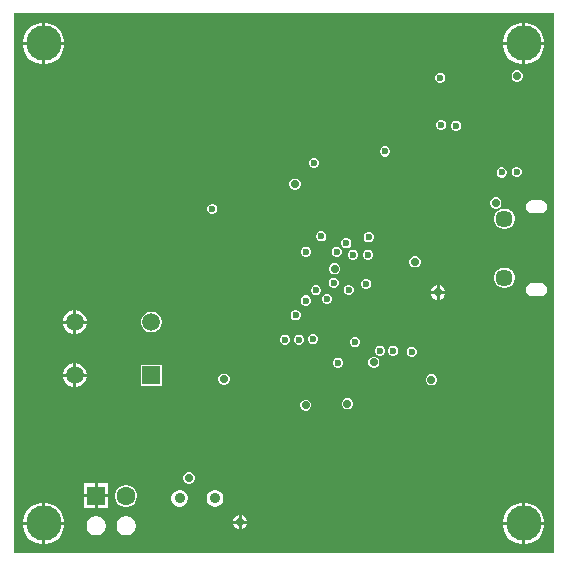
<source format=gbr>
G04*
G04 #@! TF.GenerationSoftware,Altium Limited,Altium Designer,24.8.2 (39)*
G04*
G04 Layer_Physical_Order=3*
G04 Layer_Color=16440176*
%FSLAX26Y26*%
%MOIN*%
G70*
G04*
G04 #@! TF.SameCoordinates,943EF9C2-7E4B-4E9F-8D88-1E315B4C2DD2*
G04*
G04*
G04 #@! TF.FilePolarity,Positive*
G04*
G01*
G75*
%ADD56R,0.059055X0.059055*%
%ADD57C,0.059055*%
%ADD59C,0.057087*%
%ADD60C,0.062992*%
%ADD61R,0.062992X0.062992*%
%ADD62C,0.035433*%
%ADD68C,0.118110*%
%ADD69C,0.027559*%
%ADD70C,0.023622*%
G36*
X1800000Y1000D02*
X1799586Y0D01*
X0D01*
Y1800000D01*
X1800000D01*
Y1000D01*
D02*
G37*
%LPC*%
G36*
X1706801Y1769055D02*
X1705000D01*
Y1705000D01*
X1769055D01*
Y1706801D01*
X1766401Y1720143D01*
X1761196Y1732710D01*
X1753639Y1744020D01*
X1744020Y1753639D01*
X1732710Y1761196D01*
X1720143Y1766401D01*
X1706801Y1769055D01*
D02*
G37*
G36*
X1695000D02*
X1693199D01*
X1679857Y1766401D01*
X1667290Y1761196D01*
X1655980Y1753639D01*
X1646361Y1744020D01*
X1638804Y1732710D01*
X1633599Y1720143D01*
X1630945Y1706801D01*
Y1705000D01*
X1695000D01*
Y1769055D01*
D02*
G37*
G36*
X106801D02*
X105000D01*
Y1705000D01*
X169055D01*
Y1706801D01*
X166401Y1720143D01*
X161196Y1732710D01*
X153639Y1744020D01*
X144020Y1753639D01*
X132710Y1761196D01*
X120143Y1766401D01*
X106801Y1769055D01*
D02*
G37*
G36*
X95000D02*
X93199D01*
X79857Y1766401D01*
X67290Y1761196D01*
X55980Y1753639D01*
X46361Y1744020D01*
X38804Y1732710D01*
X33599Y1720143D01*
X30945Y1706801D01*
Y1705000D01*
X95000D01*
Y1769055D01*
D02*
G37*
G36*
X1769055Y1695000D02*
X1705000D01*
Y1630945D01*
X1706801D01*
X1720143Y1633599D01*
X1732710Y1638804D01*
X1744020Y1646361D01*
X1753639Y1655980D01*
X1761196Y1667290D01*
X1766401Y1679857D01*
X1769055Y1693199D01*
Y1695000D01*
D02*
G37*
G36*
X1695000D02*
X1630945D01*
Y1693199D01*
X1633599Y1679857D01*
X1638804Y1667290D01*
X1646361Y1655980D01*
X1655980Y1646361D01*
X1667290Y1638804D01*
X1679857Y1633599D01*
X1693199Y1630945D01*
X1695000D01*
Y1695000D01*
D02*
G37*
G36*
X169055D02*
X105000D01*
Y1630945D01*
X106801D01*
X120143Y1633599D01*
X132710Y1638804D01*
X144020Y1646361D01*
X153639Y1655980D01*
X161196Y1667290D01*
X166401Y1679857D01*
X169055Y1693199D01*
Y1695000D01*
D02*
G37*
G36*
X95000D02*
X30945D01*
Y1693199D01*
X33599Y1679857D01*
X38804Y1667290D01*
X46361Y1655980D01*
X55980Y1646361D01*
X67290Y1638804D01*
X79857Y1633599D01*
X93199Y1630945D01*
X95000D01*
Y1695000D01*
D02*
G37*
G36*
X1682736Y1610780D02*
X1675264D01*
X1668362Y1607920D01*
X1663080Y1602638D01*
X1660220Y1595736D01*
Y1588264D01*
X1663080Y1581362D01*
X1668362Y1576080D01*
X1675264Y1573220D01*
X1682736D01*
X1689638Y1576080D01*
X1694920Y1581362D01*
X1697780Y1588264D01*
Y1595736D01*
X1694920Y1602638D01*
X1689638Y1607920D01*
X1682736Y1610780D01*
D02*
G37*
G36*
X1426344Y1602811D02*
X1419656D01*
X1413477Y1600252D01*
X1408748Y1595523D01*
X1406189Y1589344D01*
Y1582656D01*
X1408748Y1576477D01*
X1413477Y1571748D01*
X1419656Y1569189D01*
X1426344D01*
X1432523Y1571748D01*
X1437252Y1576477D01*
X1439811Y1582656D01*
Y1589344D01*
X1437252Y1595523D01*
X1432523Y1600252D01*
X1426344Y1602811D01*
D02*
G37*
G36*
X1429344Y1444811D02*
X1422656D01*
X1416477Y1442252D01*
X1411748Y1437523D01*
X1409189Y1431344D01*
Y1424656D01*
X1411748Y1418477D01*
X1416477Y1413748D01*
X1422656Y1411189D01*
X1429344D01*
X1435523Y1413748D01*
X1440252Y1418477D01*
X1442811Y1424656D01*
Y1431344D01*
X1440252Y1437523D01*
X1435523Y1442252D01*
X1429344Y1444811D01*
D02*
G37*
G36*
X1479344Y1442811D02*
X1472656D01*
X1466477Y1440252D01*
X1461748Y1435523D01*
X1459189Y1429344D01*
Y1422656D01*
X1461748Y1416477D01*
X1466477Y1411748D01*
X1472656Y1409189D01*
X1479344D01*
X1485523Y1411748D01*
X1490252Y1416477D01*
X1492811Y1422656D01*
Y1429344D01*
X1490252Y1435523D01*
X1485523Y1440252D01*
X1479344Y1442811D01*
D02*
G37*
G36*
X1242344Y1356811D02*
X1235656D01*
X1229477Y1354252D01*
X1224748Y1349523D01*
X1222189Y1343344D01*
Y1336656D01*
X1224748Y1330477D01*
X1229477Y1325748D01*
X1235656Y1323189D01*
X1242344D01*
X1248523Y1325748D01*
X1253252Y1330477D01*
X1255811Y1336656D01*
Y1343344D01*
X1253252Y1349523D01*
X1248523Y1354252D01*
X1242344Y1356811D01*
D02*
G37*
G36*
X1004344Y1317811D02*
X997656D01*
X991477Y1315252D01*
X986748Y1310523D01*
X984189Y1304344D01*
Y1297656D01*
X986748Y1291477D01*
X991477Y1286748D01*
X997656Y1284189D01*
X1004344D01*
X1010523Y1286748D01*
X1015252Y1291477D01*
X1017811Y1297656D01*
Y1304344D01*
X1015252Y1310523D01*
X1010523Y1315252D01*
X1004344Y1317811D01*
D02*
G37*
G36*
X1680344Y1287811D02*
X1673656D01*
X1667477Y1285252D01*
X1662748Y1280523D01*
X1660189Y1274344D01*
Y1267656D01*
X1662748Y1261477D01*
X1667477Y1256748D01*
X1673656Y1254189D01*
X1680344D01*
X1686523Y1256748D01*
X1691252Y1261477D01*
X1693811Y1267656D01*
Y1274344D01*
X1691252Y1280523D01*
X1686523Y1285252D01*
X1680344Y1287811D01*
D02*
G37*
G36*
X1630344Y1286811D02*
X1623656D01*
X1617477Y1284252D01*
X1612748Y1279523D01*
X1610189Y1273344D01*
Y1266656D01*
X1612748Y1260477D01*
X1617477Y1255748D01*
X1623656Y1253189D01*
X1630344D01*
X1636523Y1255748D01*
X1641252Y1260477D01*
X1643811Y1266656D01*
Y1273344D01*
X1641252Y1279523D01*
X1636523Y1284252D01*
X1630344Y1286811D01*
D02*
G37*
G36*
X941736Y1249780D02*
X934264D01*
X927362Y1246920D01*
X922080Y1241638D01*
X919221Y1234736D01*
Y1227264D01*
X922080Y1220362D01*
X927362Y1215080D01*
X934264Y1212220D01*
X941736D01*
X948638Y1215080D01*
X953920Y1220362D01*
X956779Y1227264D01*
Y1234736D01*
X953920Y1241638D01*
X948638Y1246920D01*
X941736Y1249780D01*
D02*
G37*
G36*
X1611550Y1186965D02*
X1604079D01*
X1597177Y1184106D01*
X1591894Y1178823D01*
X1589035Y1171921D01*
Y1164450D01*
X1591894Y1157548D01*
X1597177Y1152265D01*
X1604079Y1149406D01*
X1611550D01*
X1618452Y1152265D01*
X1623735Y1157548D01*
X1626594Y1164450D01*
Y1171921D01*
X1623735Y1178823D01*
X1618452Y1184106D01*
X1611550Y1186965D01*
D02*
G37*
G36*
X1756693Y1177852D02*
X1729134D01*
X1720624Y1176160D01*
X1713409Y1171339D01*
X1708589Y1164124D01*
X1706896Y1155614D01*
X1708589Y1147104D01*
X1713409Y1139889D01*
X1720624Y1135069D01*
X1729134Y1133376D01*
X1756693D01*
X1765203Y1135069D01*
X1772418Y1139889D01*
X1777239Y1147104D01*
X1778931Y1155614D01*
X1777239Y1164124D01*
X1772418Y1171339D01*
X1765203Y1176160D01*
X1756693Y1177852D01*
D02*
G37*
G36*
X666344Y1165811D02*
X659656D01*
X653477Y1163252D01*
X648748Y1158523D01*
X646189Y1152344D01*
Y1145656D01*
X648748Y1139477D01*
X653477Y1134748D01*
X659656Y1132189D01*
X666344D01*
X672523Y1134748D01*
X677252Y1139477D01*
X679811Y1145656D01*
Y1152344D01*
X677252Y1158523D01*
X672523Y1163252D01*
X666344Y1165811D01*
D02*
G37*
G36*
X1641031Y1149787D02*
X1632198D01*
X1623667Y1147501D01*
X1616018Y1143085D01*
X1609773Y1136840D01*
X1605357Y1129191D01*
X1603071Y1120660D01*
Y1111828D01*
X1605357Y1103297D01*
X1609773Y1095648D01*
X1616018Y1089403D01*
X1623667Y1084987D01*
X1632198Y1082701D01*
X1641031D01*
X1649562Y1084987D01*
X1657210Y1089403D01*
X1663456Y1095648D01*
X1667872Y1103297D01*
X1670158Y1111828D01*
Y1120660D01*
X1667872Y1129191D01*
X1663456Y1136840D01*
X1657210Y1143085D01*
X1649562Y1147501D01*
X1641031Y1149787D01*
D02*
G37*
G36*
X1029344Y1073811D02*
X1022656D01*
X1016477Y1071252D01*
X1011748Y1066523D01*
X1009189Y1060344D01*
Y1053656D01*
X1011748Y1047477D01*
X1016477Y1042748D01*
X1022656Y1040189D01*
X1029344D01*
X1035523Y1042748D01*
X1040252Y1047477D01*
X1042811Y1053656D01*
Y1060344D01*
X1040252Y1066523D01*
X1035523Y1071252D01*
X1029344Y1073811D01*
D02*
G37*
G36*
X1187344Y1070840D02*
X1180656D01*
X1174477Y1068281D01*
X1169748Y1063552D01*
X1167189Y1057373D01*
Y1050685D01*
X1169748Y1044507D01*
X1174477Y1039778D01*
X1180656Y1037218D01*
X1187344D01*
X1193523Y1039778D01*
X1198252Y1044507D01*
X1200811Y1050685D01*
Y1057373D01*
X1198252Y1063552D01*
X1193523Y1068281D01*
X1187344Y1070840D01*
D02*
G37*
G36*
X1112644Y1050882D02*
X1105956D01*
X1099777Y1048322D01*
X1095048Y1043593D01*
X1092489Y1037415D01*
Y1030727D01*
X1095048Y1024548D01*
X1099777Y1019819D01*
X1105956Y1017260D01*
X1112644D01*
X1118822Y1019819D01*
X1123551Y1024548D01*
X1126111Y1030727D01*
Y1037415D01*
X1123551Y1043593D01*
X1118822Y1048322D01*
X1112644Y1050882D01*
D02*
G37*
G36*
X978386Y1022853D02*
X971698D01*
X965519Y1020293D01*
X960790Y1015564D01*
X958231Y1009386D01*
Y1002698D01*
X960790Y996519D01*
X965519Y991790D01*
X971698Y989231D01*
X978386D01*
X984564Y991790D01*
X989293Y996519D01*
X991853Y1002698D01*
Y1009386D01*
X989293Y1015564D01*
X984564Y1020293D01*
X978386Y1022853D01*
D02*
G37*
G36*
X1080344Y1022811D02*
X1073656D01*
X1067477Y1020252D01*
X1062748Y1015523D01*
X1060189Y1009344D01*
Y1002656D01*
X1062748Y996477D01*
X1067477Y991748D01*
X1073656Y989189D01*
X1080344D01*
X1086523Y991748D01*
X1091252Y996477D01*
X1093811Y1002656D01*
Y1009344D01*
X1091252Y1015523D01*
X1086523Y1020252D01*
X1080344Y1022811D01*
D02*
G37*
G36*
X1184344Y1012811D02*
X1177656D01*
X1171477Y1010252D01*
X1166748Y1005523D01*
X1164189Y999344D01*
Y992656D01*
X1166748Y986477D01*
X1171477Y981748D01*
X1177656Y979189D01*
X1184344D01*
X1190523Y981748D01*
X1195252Y986477D01*
X1197811Y992656D01*
Y999344D01*
X1195252Y1005523D01*
X1190523Y1010252D01*
X1184344Y1012811D01*
D02*
G37*
G36*
X1134344D02*
X1127656D01*
X1121477Y1010252D01*
X1116748Y1005523D01*
X1114189Y999344D01*
Y992656D01*
X1116748Y986477D01*
X1121477Y981748D01*
X1127656Y979189D01*
X1134344D01*
X1140523Y981748D01*
X1145252Y986477D01*
X1147811Y992656D01*
Y999344D01*
X1145252Y1005523D01*
X1140523Y1010252D01*
X1134344Y1012811D01*
D02*
G37*
G36*
X1341736Y991000D02*
X1334264D01*
X1327362Y988141D01*
X1322080Y982858D01*
X1319220Y975956D01*
Y968485D01*
X1322080Y961583D01*
X1327362Y956300D01*
X1334264Y953441D01*
X1341736D01*
X1348638Y956300D01*
X1353920Y961583D01*
X1356780Y968485D01*
Y975956D01*
X1353920Y982858D01*
X1348638Y988141D01*
X1341736Y991000D01*
D02*
G37*
G36*
X1073736Y967779D02*
X1066264D01*
X1059362Y964920D01*
X1054080Y959638D01*
X1051220Y952736D01*
Y945264D01*
X1054080Y938362D01*
X1059362Y933080D01*
X1066264Y930221D01*
X1073736D01*
X1080638Y933080D01*
X1085920Y938362D01*
X1088780Y945264D01*
Y952736D01*
X1085920Y959638D01*
X1080638Y964920D01*
X1073736Y967779D01*
D02*
G37*
G36*
X1070344Y919811D02*
X1063656D01*
X1057477Y917252D01*
X1052748Y912523D01*
X1050189Y906344D01*
Y899656D01*
X1052748Y893477D01*
X1057477Y888748D01*
X1063656Y886189D01*
X1070344D01*
X1076523Y888748D01*
X1081252Y893477D01*
X1083811Y899656D01*
Y906344D01*
X1081252Y912523D01*
X1076523Y917252D01*
X1070344Y919811D01*
D02*
G37*
G36*
X1641031Y952937D02*
X1632198D01*
X1623667Y950651D01*
X1616018Y946235D01*
X1609773Y939990D01*
X1605357Y932341D01*
X1603071Y923810D01*
Y914978D01*
X1605357Y906447D01*
X1609773Y898798D01*
X1616018Y892552D01*
X1623667Y888136D01*
X1632198Y885850D01*
X1641031D01*
X1649562Y888136D01*
X1657210Y892552D01*
X1663456Y898798D01*
X1667872Y906447D01*
X1670158Y914978D01*
Y923810D01*
X1667872Y932341D01*
X1663456Y939990D01*
X1657210Y946235D01*
X1649562Y950651D01*
X1641031Y952937D01*
D02*
G37*
G36*
X1179344Y915811D02*
X1172656D01*
X1166477Y913252D01*
X1161748Y908523D01*
X1159189Y902344D01*
Y895656D01*
X1161748Y889477D01*
X1166477Y884748D01*
X1172656Y882189D01*
X1179344D01*
X1185523Y884748D01*
X1190252Y889477D01*
X1192811Y895656D01*
Y902344D01*
X1190252Y908523D01*
X1185523Y913252D01*
X1179344Y915811D01*
D02*
G37*
G36*
X1420000Y893668D02*
Y875000D01*
X1438668D01*
X1435159Y883470D01*
X1428470Y890159D01*
X1420000Y893668D01*
D02*
G37*
G36*
X1410000D02*
X1401530Y890159D01*
X1394841Y883470D01*
X1391332Y875000D01*
X1410000D01*
Y893668D01*
D02*
G37*
G36*
X1120344Y895811D02*
X1113656D01*
X1107477Y893252D01*
X1102748Y888523D01*
X1100189Y882344D01*
Y875656D01*
X1102748Y869477D01*
X1107477Y864748D01*
X1113656Y862189D01*
X1120344D01*
X1126523Y864748D01*
X1131252Y869477D01*
X1133811Y875656D01*
Y882344D01*
X1131252Y888523D01*
X1126523Y893252D01*
X1120344Y895811D01*
D02*
G37*
G36*
X1011344Y893811D02*
X1004656D01*
X998477Y891252D01*
X993748Y886523D01*
X991189Y880344D01*
Y873656D01*
X993748Y867477D01*
X998477Y862748D01*
X1004656Y860189D01*
X1011344D01*
X1017523Y862748D01*
X1022252Y867477D01*
X1024811Y873656D01*
Y880344D01*
X1022252Y886523D01*
X1017523Y891252D01*
X1011344Y893811D01*
D02*
G37*
G36*
X1756693Y902262D02*
X1729134D01*
X1720624Y900569D01*
X1713409Y895749D01*
X1708589Y888534D01*
X1706896Y880024D01*
X1708589Y871513D01*
X1713409Y864299D01*
X1720624Y859478D01*
X1729134Y857785D01*
X1756693D01*
X1765203Y859478D01*
X1772418Y864299D01*
X1777239Y871513D01*
X1778931Y880024D01*
X1777239Y888534D01*
X1772418Y895749D01*
X1765203Y900569D01*
X1756693Y902262D01*
D02*
G37*
G36*
X1438668Y865000D02*
X1420000D01*
Y846332D01*
X1428470Y849841D01*
X1435159Y856530D01*
X1438668Y865000D01*
D02*
G37*
G36*
X1410000D02*
X1391332D01*
X1394841Y856530D01*
X1401530Y849841D01*
X1410000Y846332D01*
Y865000D01*
D02*
G37*
G36*
X1048533Y864811D02*
X1041845D01*
X1035666Y862252D01*
X1030937Y857523D01*
X1028378Y851344D01*
Y844656D01*
X1030937Y838477D01*
X1035666Y833748D01*
X1041845Y831189D01*
X1048533D01*
X1054712Y833748D01*
X1059441Y838477D01*
X1062000Y844656D01*
Y851344D01*
X1059441Y857523D01*
X1054712Y862252D01*
X1048533Y864811D01*
D02*
G37*
G36*
X977219Y860000D02*
X970531D01*
X964352Y857440D01*
X959623Y852711D01*
X957064Y846533D01*
Y839845D01*
X959623Y833666D01*
X964352Y828937D01*
X970531Y826378D01*
X977219D01*
X983398Y828937D01*
X988126Y833666D01*
X990686Y839845D01*
Y846533D01*
X988126Y852711D01*
X983398Y857440D01*
X977219Y860000D01*
D02*
G37*
G36*
X943690Y810811D02*
X937003D01*
X930824Y808252D01*
X926095Y803523D01*
X923535Y797344D01*
Y790656D01*
X926095Y784477D01*
X930824Y779748D01*
X937003Y777189D01*
X943690D01*
X949869Y779748D01*
X954598Y784477D01*
X957157Y790656D01*
Y797344D01*
X954598Y803523D01*
X949869Y808252D01*
X943690Y810811D01*
D02*
G37*
G36*
X209251Y811110D02*
X209047D01*
Y776583D01*
X243575D01*
Y776787D01*
X240881Y786840D01*
X235677Y795853D01*
X228318Y803212D01*
X219304Y808416D01*
X209251Y811110D01*
D02*
G37*
G36*
X199047D02*
X198844D01*
X188790Y808416D01*
X179777Y803212D01*
X172417Y795853D01*
X167214Y786840D01*
X164520Y776787D01*
Y776583D01*
X199047D01*
Y811110D01*
D02*
G37*
G36*
X464498Y806110D02*
X455407D01*
X446626Y803757D01*
X438752Y799211D01*
X432324Y792783D01*
X427778Y784910D01*
X425425Y776128D01*
Y767037D01*
X427778Y758255D01*
X432324Y750382D01*
X438752Y743954D01*
X446626Y739408D01*
X455407Y737055D01*
X464498D01*
X473280Y739408D01*
X481153Y743954D01*
X487582Y750382D01*
X492127Y758255D01*
X494480Y767037D01*
Y776128D01*
X492127Y784910D01*
X487582Y792783D01*
X481153Y799211D01*
X473280Y803757D01*
X464498Y806110D01*
D02*
G37*
G36*
X243575Y766583D02*
X209047D01*
Y732055D01*
X209251D01*
X219304Y734749D01*
X228318Y739953D01*
X235677Y747312D01*
X240881Y756326D01*
X243575Y766379D01*
Y766583D01*
D02*
G37*
G36*
X199047D02*
X164520D01*
Y766379D01*
X167214Y756326D01*
X172417Y747312D01*
X179777Y739953D01*
X188790Y734749D01*
X198844Y732055D01*
X199047D01*
Y766583D01*
D02*
G37*
G36*
X1002344Y731024D02*
X995656D01*
X989477Y728464D01*
X984748Y723735D01*
X982189Y717557D01*
Y710869D01*
X984748Y704690D01*
X989477Y699961D01*
X995656Y697402D01*
X1002344D01*
X1008523Y699961D01*
X1013252Y704690D01*
X1015811Y710869D01*
Y717557D01*
X1013252Y723735D01*
X1008523Y728464D01*
X1002344Y731024D01*
D02*
G37*
G36*
X955344Y729811D02*
X948656D01*
X942477Y727252D01*
X937748Y722523D01*
X935189Y716344D01*
Y709656D01*
X937748Y703477D01*
X942477Y698748D01*
X948656Y696189D01*
X955344D01*
X961523Y698748D01*
X966252Y703477D01*
X968811Y709656D01*
Y716344D01*
X966252Y722523D01*
X961523Y727252D01*
X955344Y729811D01*
D02*
G37*
G36*
X908344D02*
X901656D01*
X895477Y727252D01*
X890748Y722523D01*
X888189Y716344D01*
Y709656D01*
X890748Y703477D01*
X895477Y698748D01*
X901656Y696189D01*
X908344D01*
X914523Y698748D01*
X919252Y703477D01*
X921811Y709656D01*
Y716344D01*
X919252Y722523D01*
X914523Y727252D01*
X908344Y729811D01*
D02*
G37*
G36*
X1142344Y720811D02*
X1135656D01*
X1129477Y718252D01*
X1124748Y713523D01*
X1122189Y707344D01*
Y700656D01*
X1124748Y694477D01*
X1129477Y689748D01*
X1135656Y687189D01*
X1142344D01*
X1148523Y689748D01*
X1153252Y694477D01*
X1155811Y700656D01*
Y707344D01*
X1153252Y713523D01*
X1148523Y718252D01*
X1142344Y720811D01*
D02*
G37*
G36*
X1269344Y692811D02*
X1262656D01*
X1256477Y690252D01*
X1251748Y685523D01*
X1249189Y679344D01*
Y672656D01*
X1251748Y666477D01*
X1256477Y661748D01*
X1262656Y659189D01*
X1269344D01*
X1275523Y661748D01*
X1280252Y666477D01*
X1282811Y672656D01*
Y679344D01*
X1280252Y685523D01*
X1275523Y690252D01*
X1269344Y692811D01*
D02*
G37*
G36*
X1224344D02*
X1217656D01*
X1211477Y690252D01*
X1206748Y685523D01*
X1204189Y679344D01*
Y672656D01*
X1206748Y666477D01*
X1211477Y661748D01*
X1217656Y659189D01*
X1224344D01*
X1230523Y661748D01*
X1235252Y666477D01*
X1237811Y672656D01*
Y679344D01*
X1235252Y685523D01*
X1230523Y690252D01*
X1224344Y692811D01*
D02*
G37*
G36*
X1330344Y689811D02*
X1323656D01*
X1317477Y687252D01*
X1312748Y682523D01*
X1310189Y676344D01*
Y669656D01*
X1312748Y663477D01*
X1317477Y658748D01*
X1323656Y656189D01*
X1330344D01*
X1336523Y658748D01*
X1341252Y663477D01*
X1343811Y669656D01*
Y676344D01*
X1341252Y682523D01*
X1336523Y687252D01*
X1330344Y689811D01*
D02*
G37*
G36*
X1084344Y652811D02*
X1077656D01*
X1071477Y650252D01*
X1066748Y645523D01*
X1064189Y639344D01*
Y632656D01*
X1066748Y626477D01*
X1071477Y621748D01*
X1077656Y619189D01*
X1084344D01*
X1090523Y621748D01*
X1095252Y626477D01*
X1097811Y632656D01*
Y639344D01*
X1095252Y645523D01*
X1090523Y650252D01*
X1084344Y652811D01*
D02*
G37*
G36*
X1204736Y655779D02*
X1197264D01*
X1190362Y652920D01*
X1185080Y647638D01*
X1182220Y640736D01*
Y633264D01*
X1185080Y626362D01*
X1190362Y621080D01*
X1197264Y618221D01*
X1204736D01*
X1211638Y621080D01*
X1216920Y626362D01*
X1219780Y633264D01*
Y640736D01*
X1216920Y647638D01*
X1211638Y652920D01*
X1204736Y655779D01*
D02*
G37*
G36*
X209251Y633945D02*
X209047D01*
Y599417D01*
X243575D01*
Y599621D01*
X240881Y609674D01*
X235677Y618688D01*
X228318Y626047D01*
X219304Y631251D01*
X209251Y633945D01*
D02*
G37*
G36*
X199047D02*
X198844D01*
X188790Y631251D01*
X179777Y626047D01*
X172417Y618688D01*
X167214Y609674D01*
X164520Y599621D01*
Y599417D01*
X199047D01*
Y633945D01*
D02*
G37*
G36*
X705736Y599779D02*
X698264D01*
X691362Y596920D01*
X686080Y591638D01*
X683221Y584736D01*
Y577264D01*
X686080Y570362D01*
X691362Y565080D01*
X698264Y562221D01*
X705736D01*
X712638Y565080D01*
X717920Y570362D01*
X720779Y577264D01*
Y584736D01*
X717920Y591638D01*
X712638Y596920D01*
X705736Y599779D01*
D02*
G37*
G36*
X1396736Y597779D02*
X1389264D01*
X1382362Y594920D01*
X1377080Y589638D01*
X1374220Y582736D01*
Y575264D01*
X1377080Y568362D01*
X1382362Y563080D01*
X1389264Y560221D01*
X1396736D01*
X1403638Y563080D01*
X1408920Y568362D01*
X1411780Y575264D01*
Y582736D01*
X1408920Y589638D01*
X1403638Y594920D01*
X1396736Y597779D01*
D02*
G37*
G36*
X494480Y628945D02*
X425425D01*
Y559890D01*
X494480D01*
Y628945D01*
D02*
G37*
G36*
X243575Y589417D02*
X209047D01*
Y554890D01*
X209251D01*
X219304Y557583D01*
X228318Y562787D01*
X235677Y570147D01*
X240881Y579160D01*
X243575Y589213D01*
Y589417D01*
D02*
G37*
G36*
X199047D02*
X164520D01*
Y589213D01*
X167214Y579160D01*
X172417Y570147D01*
X179777Y562787D01*
X188790Y557583D01*
X198844Y554890D01*
X199047D01*
Y589417D01*
D02*
G37*
G36*
X1116736Y517779D02*
X1109264D01*
X1102362Y514920D01*
X1097080Y509638D01*
X1094220Y502736D01*
Y495264D01*
X1097080Y488362D01*
X1102362Y483079D01*
X1109264Y480221D01*
X1116736D01*
X1123638Y483079D01*
X1128920Y488362D01*
X1131780Y495264D01*
Y502736D01*
X1128920Y509638D01*
X1123638Y514920D01*
X1116736Y517779D01*
D02*
G37*
G36*
X977736Y512779D02*
X970264D01*
X963362Y509921D01*
X958080Y504638D01*
X955221Y497736D01*
Y490264D01*
X958080Y483362D01*
X963362Y478079D01*
X970264Y475221D01*
X977736D01*
X984638Y478079D01*
X989920Y483362D01*
X992779Y490264D01*
Y497736D01*
X989920Y504638D01*
X984638Y509921D01*
X977736Y512779D01*
D02*
G37*
G36*
X588736Y270779D02*
X581264D01*
X574362Y267921D01*
X569080Y262638D01*
X566221Y255736D01*
Y248264D01*
X569080Y241362D01*
X574362Y236079D01*
X581264Y233220D01*
X588736D01*
X595638Y236079D01*
X600920Y241362D01*
X603779Y248264D01*
Y255736D01*
X600920Y262638D01*
X595638Y267921D01*
X588736Y270779D01*
D02*
G37*
G36*
X316496Y233496D02*
X280000D01*
Y197000D01*
X316496D01*
Y233496D01*
D02*
G37*
G36*
X270000D02*
X233504D01*
Y197000D01*
X270000D01*
Y233496D01*
D02*
G37*
G36*
X675649Y211716D02*
X668351D01*
X661302Y209828D01*
X654982Y206179D01*
X649821Y201018D01*
X646172Y194698D01*
X644284Y187649D01*
Y180351D01*
X646172Y173302D01*
X649821Y166982D01*
X654982Y161821D01*
X661302Y158172D01*
X668351Y156284D01*
X675649D01*
X682698Y158172D01*
X689018Y161821D01*
X694179Y166982D01*
X697828Y173302D01*
X699716Y180351D01*
Y187649D01*
X697828Y194698D01*
X694179Y201018D01*
X689018Y206179D01*
X682698Y209828D01*
X675649Y211716D01*
D02*
G37*
G36*
X557539D02*
X550241D01*
X543192Y209828D01*
X536871Y206179D01*
X531711Y201018D01*
X528062Y194698D01*
X526173Y187649D01*
Y180351D01*
X528062Y173302D01*
X531711Y166982D01*
X536871Y161821D01*
X543192Y158172D01*
X550241Y156284D01*
X557539D01*
X564588Y158172D01*
X570908Y161821D01*
X576068Y166982D01*
X579717Y173302D01*
X581606Y180351D01*
Y187649D01*
X579717Y194698D01*
X576068Y201018D01*
X570908Y206179D01*
X564588Y209828D01*
X557539Y211716D01*
D02*
G37*
G36*
X379805Y228496D02*
X370195D01*
X360913Y226009D01*
X352591Y221204D01*
X345796Y214409D01*
X340991Y206087D01*
X338504Y196805D01*
Y187195D01*
X340991Y177913D01*
X345796Y169591D01*
X352591Y162796D01*
X360913Y157991D01*
X370195Y155504D01*
X379805D01*
X389087Y157991D01*
X397409Y162796D01*
X404204Y169591D01*
X409009Y177913D01*
X411496Y187195D01*
Y196805D01*
X409009Y206087D01*
X404204Y214409D01*
X397409Y221204D01*
X389087Y226009D01*
X379805Y228496D01*
D02*
G37*
G36*
X316496Y187000D02*
X280000D01*
Y150504D01*
X316496D01*
Y187000D01*
D02*
G37*
G36*
X270000D02*
X233504D01*
Y150504D01*
X270000D01*
Y187000D01*
D02*
G37*
G36*
X761000Y127668D02*
Y109000D01*
X779668D01*
X776159Y117470D01*
X769470Y124159D01*
X761000Y127668D01*
D02*
G37*
G36*
X751000D02*
X742530Y124159D01*
X735841Y117470D01*
X732332Y109000D01*
X751000D01*
Y127668D01*
D02*
G37*
G36*
X1706801Y169055D02*
X1705000D01*
Y105000D01*
X1769055D01*
Y106801D01*
X1766401Y120143D01*
X1761196Y132710D01*
X1753639Y144020D01*
X1744020Y153639D01*
X1732710Y161196D01*
X1720143Y166401D01*
X1706801Y169055D01*
D02*
G37*
G36*
X1695000D02*
X1693199D01*
X1679857Y166401D01*
X1667290Y161196D01*
X1655980Y153639D01*
X1646361Y144020D01*
X1638804Y132710D01*
X1633599Y120143D01*
X1630945Y106801D01*
Y105000D01*
X1695000D01*
Y169055D01*
D02*
G37*
G36*
X106801D02*
X105000D01*
Y105000D01*
X169055D01*
Y106801D01*
X166401Y120143D01*
X161196Y132710D01*
X153639Y144020D01*
X144020Y153639D01*
X132710Y161196D01*
X120143Y166401D01*
X106801Y169055D01*
D02*
G37*
G36*
X95000D02*
X93199D01*
X79857Y166401D01*
X67290Y161196D01*
X55980Y153639D01*
X46361Y144020D01*
X38804Y132710D01*
X33599Y120143D01*
X30945Y106801D01*
Y105000D01*
X95000D01*
Y169055D01*
D02*
G37*
G36*
X779668Y99000D02*
X761000D01*
Y80332D01*
X769470Y83841D01*
X776159Y90530D01*
X779668Y99000D01*
D02*
G37*
G36*
X751000D02*
X732332D01*
X735841Y90530D01*
X742530Y83841D01*
X751000Y80332D01*
Y99000D01*
D02*
G37*
G36*
X379167Y123653D02*
X370833D01*
X362782Y121496D01*
X355564Y117329D01*
X349671Y111436D01*
X345504Y104218D01*
X343346Y96167D01*
Y87833D01*
X345504Y79782D01*
X349671Y72564D01*
X355564Y66671D01*
X362782Y62504D01*
X370833Y60346D01*
X379167D01*
X387218Y62504D01*
X394436Y66671D01*
X400329Y72564D01*
X404496Y79782D01*
X406654Y87833D01*
Y96167D01*
X404496Y104218D01*
X400329Y111436D01*
X394436Y117329D01*
X387218Y121496D01*
X379167Y123653D01*
D02*
G37*
G36*
X279167D02*
X270833D01*
X262782Y121496D01*
X255564Y117329D01*
X249671Y111436D01*
X245504Y104218D01*
X243346Y96167D01*
Y87833D01*
X245504Y79782D01*
X249671Y72564D01*
X255564Y66671D01*
X262782Y62504D01*
X270833Y60346D01*
X279167D01*
X287218Y62504D01*
X294436Y66671D01*
X300329Y72564D01*
X304496Y79782D01*
X306654Y87833D01*
Y96167D01*
X304496Y104218D01*
X300329Y111436D01*
X294436Y117329D01*
X287218Y121496D01*
X279167Y123653D01*
D02*
G37*
G36*
X1769055Y95000D02*
X1705000D01*
Y30945D01*
X1706801D01*
X1720143Y33599D01*
X1732710Y38804D01*
X1744020Y46361D01*
X1753639Y55980D01*
X1761196Y67290D01*
X1766401Y79857D01*
X1769055Y93199D01*
Y95000D01*
D02*
G37*
G36*
X1695000D02*
X1630945D01*
Y93199D01*
X1633599Y79857D01*
X1638804Y67290D01*
X1646361Y55980D01*
X1655980Y46361D01*
X1667290Y38804D01*
X1679857Y33599D01*
X1693199Y30945D01*
X1695000D01*
Y95000D01*
D02*
G37*
G36*
X169055D02*
X105000D01*
Y30945D01*
X106801D01*
X120143Y33599D01*
X132710Y38804D01*
X144020Y46361D01*
X153639Y55980D01*
X161196Y67290D01*
X166401Y79857D01*
X169055Y93199D01*
Y95000D01*
D02*
G37*
G36*
X95000D02*
X30945D01*
Y93199D01*
X33599Y79857D01*
X38804Y67290D01*
X46361Y55980D01*
X55980Y46361D01*
X67290Y38804D01*
X79857Y33599D01*
X93199Y30945D01*
X95000D01*
Y95000D01*
D02*
G37*
%LPD*%
D56*
X459953Y594417D02*
D03*
D57*
Y771583D02*
D03*
X204047D02*
D03*
Y594417D02*
D03*
D59*
X1636614Y919394D02*
D03*
Y1116244D02*
D03*
D60*
X375000Y192000D02*
D03*
D61*
X275000D02*
D03*
D62*
X553890Y184000D02*
D03*
X672000D02*
D03*
D68*
X100000Y100000D02*
D03*
Y1700000D02*
D03*
X1700000Y100000D02*
D03*
Y1700000D02*
D03*
D69*
X1338000Y972220D02*
D03*
X1201000Y637000D02*
D03*
X1070000Y949000D02*
D03*
X938000Y1231000D02*
D03*
X1679000Y1592000D02*
D03*
X1607815Y1168185D02*
D03*
X1415000Y870000D02*
D03*
X1393000Y579000D02*
D03*
X1113000Y499000D02*
D03*
X756000Y104000D02*
D03*
X585000Y252000D02*
D03*
X702000Y581000D02*
D03*
X974000Y494000D02*
D03*
D70*
X1026000Y1057000D02*
D03*
X1131000Y996000D02*
D03*
X1181000D02*
D03*
X1266000Y676000D02*
D03*
X1221000D02*
D03*
X905000Y713000D02*
D03*
X952000D02*
D03*
X975042Y1006042D02*
D03*
X1117000Y879000D02*
D03*
X1045189Y848000D02*
D03*
X1067000Y903000D02*
D03*
X999000Y714213D02*
D03*
X1109300Y1034071D02*
D03*
X1077000Y1006000D02*
D03*
X1176000Y899000D02*
D03*
X1627000Y1270000D02*
D03*
X973875Y843189D02*
D03*
X1008000Y877000D02*
D03*
X1184000Y1054029D02*
D03*
X1426000Y1428000D02*
D03*
X1239000Y1340000D02*
D03*
X1423000Y1586000D02*
D03*
X1476000Y1426000D02*
D03*
X1677000Y1271000D02*
D03*
X1327000Y673000D02*
D03*
X1001000Y1301000D02*
D03*
X663000Y1149000D02*
D03*
X940346Y794000D02*
D03*
X1081000Y636000D02*
D03*
X1139000Y704000D02*
D03*
M02*

</source>
